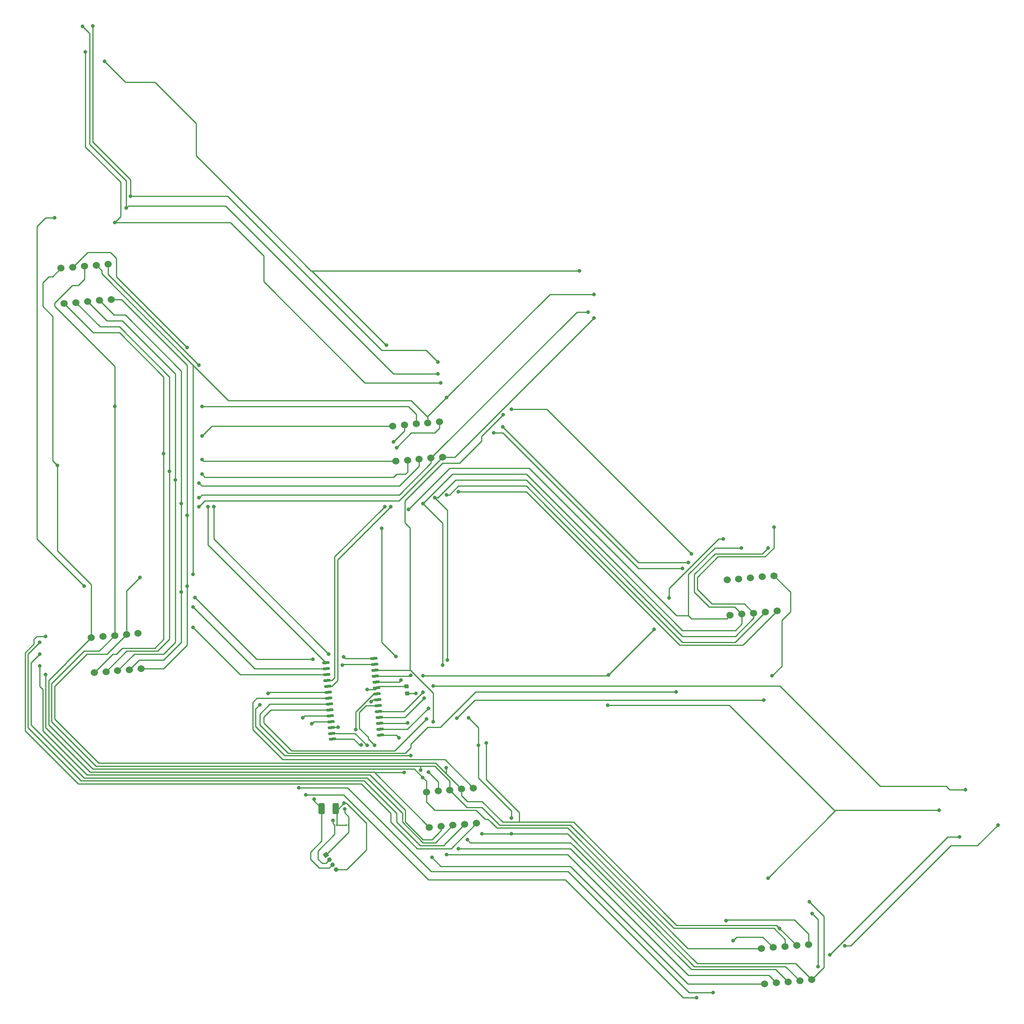
<source format=gbr>
%TF.GenerationSoftware,KiCad,Pcbnew,7.0.10-7.0.10~ubuntu22.04.1*%
%TF.CreationDate,2025-04-20T11:22:11+07:00*%
%TF.ProjectId,catan100,63617461-6e31-4303-902e-6b696361645f,rev?*%
%TF.SameCoordinates,Original*%
%TF.FileFunction,Copper,L2,Bot*%
%TF.FilePolarity,Positive*%
%FSLAX46Y46*%
G04 Gerber Fmt 4.6, Leading zero omitted, Abs format (unit mm)*
G04 Created by KiCad (PCBNEW 7.0.10-7.0.10~ubuntu22.04.1) date 2025-04-20 11:22:11*
%MOMM*%
%LPD*%
G01*
G04 APERTURE LIST*
G04 Aperture macros list*
%AMRoundRect*
0 Rectangle with rounded corners*
0 $1 Rounding radius*
0 $2 $3 $4 $5 $6 $7 $8 $9 X,Y pos of 4 corners*
0 Add a 4 corners polygon primitive as box body*
4,1,4,$2,$3,$4,$5,$6,$7,$8,$9,$2,$3,0*
0 Add four circle primitives for the rounded corners*
1,1,$1+$1,$2,$3*
1,1,$1+$1,$4,$5*
1,1,$1+$1,$6,$7*
1,1,$1+$1,$8,$9*
0 Add four rect primitives between the rounded corners*
20,1,$1+$1,$2,$3,$4,$5,0*
20,1,$1+$1,$4,$5,$6,$7,0*
20,1,$1+$1,$6,$7,$8,$9,0*
20,1,$1+$1,$8,$9,$2,$3,0*%
%AMHorizOval*
0 Thick line with rounded ends*
0 $1 width*
0 $2 $3 position (X,Y) of the first rounded end (center of the circle)*
0 $4 $5 position (X,Y) of the second rounded end (center of the circle)*
0 Add line between two ends*
20,1,$1,$2,$3,$4,$5,0*
0 Add two circle primitives to create the rounded ends*
1,1,$1,$2,$3*
1,1,$1,$4,$5*%
%AMRotRect*
0 Rectangle, with rotation*
0 The origin of the aperture is its center*
0 $1 length*
0 $2 width*
0 $3 Rotation angle, in degrees counterclockwise*
0 Add horizontal line*
21,1,$1,$2,0,0,$3*%
G04 Aperture macros list end*
%TA.AperFunction,ComponentPad*%
%ADD10C,1.524000*%
%TD*%
%TA.AperFunction,SMDPad,CuDef*%
%ADD11RoundRect,0.250000X0.412500X0.925000X-0.412500X0.925000X-0.412500X-0.925000X0.412500X-0.925000X0*%
%TD*%
%TA.AperFunction,SMDPad,CuDef*%
%ADD12RoundRect,0.225000X0.268659X-0.202355X0.229439X0.245933X-0.268659X0.202355X-0.229439X-0.245933X0*%
%TD*%
%TA.AperFunction,SMDPad,CuDef*%
%ADD13RoundRect,0.150000X0.634453X0.206080X-0.660600X0.092778X-0.634453X-0.206080X0.660600X-0.092778X0*%
%TD*%
%TA.AperFunction,SMDPad,CuDef*%
%ADD14RoundRect,0.075000X0.125000X0.075000X-0.125000X0.075000X-0.125000X-0.075000X0.125000X-0.075000X0*%
%TD*%
%TA.AperFunction,ComponentPad*%
%ADD15RotRect,1.000000X1.000000X215.000000*%
%TD*%
%TA.AperFunction,ComponentPad*%
%ADD16HorizOval,1.000000X0.000000X0.000000X0.000000X0.000000X0*%
%TD*%
%TA.AperFunction,SMDPad,CuDef*%
%ADD17RoundRect,0.075000X-0.125000X-0.075000X0.125000X-0.075000X0.125000X0.075000X-0.125000X0.075000X0*%
%TD*%
%TA.AperFunction,ViaPad*%
%ADD18C,0.800000*%
%TD*%
%TA.AperFunction,Conductor*%
%ADD19C,0.250000*%
%TD*%
G04 APERTURE END LIST*
D10*
%TO.P,U4,1,e*%
%TO.N,Net-(D1-BA)*%
X143988394Y-121027453D03*
%TO.P,U4,2,d*%
%TO.N,Net-(D1-GA)*%
X146518729Y-120806077D03*
%TO.P,U4,3,c*%
%TO.N,Net-(D1-RA)*%
X149049063Y-120584702D03*
%TO.P,U4,4,g*%
%TO.N,Net-(D2-BA)*%
X151579398Y-120363326D03*
%TO.P,U4,5,dp*%
%TO.N,Net-(D2-GA)*%
X154109732Y-120141951D03*
%TO.P,U4,6,b*%
%TO.N,Net-(U1-GRID7)*%
X153445606Y-112550947D03*
%TO.P,U4,7,a*%
%TO.N,Net-(D2-RA)*%
X150915271Y-112772323D03*
%TO.P,U4,8,b*%
%TO.N,Net-(D9-RA)*%
X148384937Y-112993698D03*
%TO.P,U4,9,g*%
%TO.N,Net-(U1-GRID8)*%
X145854602Y-113215074D03*
%TO.P,U4,10,f*%
%TO.N,Net-(D9-BA)*%
X143324268Y-113436449D03*
%TD*%
%TO.P,U6,1,e*%
%TO.N,Net-(D1-BA)*%
X216018588Y-154196306D03*
%TO.P,U6,2,d*%
%TO.N,Net-(D1-GA)*%
X218548923Y-153974930D03*
%TO.P,U6,3,c*%
%TO.N,Net-(D1-RA)*%
X221079257Y-153753555D03*
%TO.P,U6,4,g*%
%TO.N,Net-(D2-BA)*%
X223609592Y-153532179D03*
%TO.P,U6,5,dp*%
%TO.N,Net-(D2-GA)*%
X226139926Y-153310804D03*
%TO.P,U6,6,b*%
%TO.N,Net-(U1-GRID3)*%
X225475800Y-145719800D03*
%TO.P,U6,7,a*%
%TO.N,Net-(D2-RA)*%
X222945465Y-145941176D03*
%TO.P,U6,8,b*%
%TO.N,Net-(D9-RA)*%
X220415131Y-146162551D03*
%TO.P,U6,9,g*%
%TO.N,Net-(U1-GRID4)*%
X217884796Y-146383927D03*
%TO.P,U6,10,f*%
%TO.N,Net-(D9-BA)*%
X215354462Y-146605302D03*
%TD*%
%TO.P,U7,1,e*%
%TO.N,Net-(D1-BA)*%
X223435388Y-233596706D03*
%TO.P,U7,2,d*%
%TO.N,Net-(D1-GA)*%
X225965723Y-233375330D03*
%TO.P,U7,3,c*%
%TO.N,Net-(D1-RA)*%
X228496057Y-233153955D03*
%TO.P,U7,4,g*%
%TO.N,Net-(D2-BA)*%
X231026392Y-232932579D03*
%TO.P,U7,5,dp*%
%TO.N,Net-(D2-GA)*%
X233556726Y-232711204D03*
%TO.P,U7,6,b*%
%TO.N,Net-(U1-GRID1)*%
X232892600Y-225120200D03*
%TO.P,U7,7,a*%
%TO.N,Net-(D2-RA)*%
X230362265Y-225341576D03*
%TO.P,U7,8,b*%
%TO.N,Net-(D9-RA)*%
X227831931Y-225562951D03*
%TO.P,U7,9,g*%
%TO.N,Net-(U1-GRID2)*%
X225301596Y-225784327D03*
%TO.P,U7,10,f*%
%TO.N,Net-(D9-BA)*%
X222771262Y-226005702D03*
%TD*%
%TO.P,U2,1,e*%
%TO.N,Net-(D1-BA)*%
X72575123Y-87071330D03*
%TO.P,U2,2,d*%
%TO.N,Net-(D1-GA)*%
X75105458Y-86849954D03*
%TO.P,U2,3,c*%
%TO.N,Net-(D1-RA)*%
X77635792Y-86628579D03*
%TO.P,U2,4,g*%
%TO.N,Net-(D2-BA)*%
X80166127Y-86407203D03*
%TO.P,U2,5,dp*%
%TO.N,Net-(D2-GA)*%
X82696461Y-86185828D03*
%TO.P,U2,6,b*%
%TO.N,Net-(U1-GRID11)*%
X82032335Y-78594824D03*
%TO.P,U2,7,a*%
%TO.N,Net-(D2-RA)*%
X79502000Y-78816200D03*
%TO.P,U2,8,b*%
%TO.N,Net-(D9-RA)*%
X76971666Y-79037575D03*
%TO.P,U2,9,g*%
%TO.N,Net-(U1-GRID12)*%
X74441331Y-79258951D03*
%TO.P,U2,10,f*%
%TO.N,Net-(D9-BA)*%
X71910997Y-79480326D03*
%TD*%
%TO.P,U5,1,e*%
%TO.N,Net-(D1-BA)*%
X151252794Y-199894453D03*
%TO.P,U5,2,d*%
%TO.N,Net-(D1-GA)*%
X153783129Y-199673077D03*
%TO.P,U5,3,c*%
%TO.N,Net-(D1-RA)*%
X156313463Y-199451702D03*
%TO.P,U5,4,g*%
%TO.N,Net-(D2-BA)*%
X158843798Y-199230326D03*
%TO.P,U5,5,dp*%
%TO.N,Net-(D2-GA)*%
X161374132Y-199008951D03*
%TO.P,U5,6,b*%
%TO.N,Net-(U1-GRID5)*%
X160710006Y-191417947D03*
%TO.P,U5,7,a*%
%TO.N,Net-(D2-RA)*%
X158179671Y-191639323D03*
%TO.P,U5,8,b*%
%TO.N,Net-(D9-RA)*%
X155649337Y-191860698D03*
%TO.P,U5,9,g*%
%TO.N,Net-(U1-GRID6)*%
X153119002Y-192082074D03*
%TO.P,U5,10,f*%
%TO.N,Net-(D9-BA)*%
X150588668Y-192303449D03*
%TD*%
%TO.P,U3,1,e*%
%TO.N,Net-(D1-BA)*%
X79052123Y-166598730D03*
%TO.P,U3,2,d*%
%TO.N,Net-(D1-GA)*%
X81582458Y-166377354D03*
%TO.P,U3,3,c*%
%TO.N,Net-(D1-RA)*%
X84112792Y-166155979D03*
%TO.P,U3,4,g*%
%TO.N,Net-(D2-BA)*%
X86643127Y-165934603D03*
%TO.P,U3,5,dp*%
%TO.N,Net-(D2-GA)*%
X89173461Y-165713228D03*
%TO.P,U3,6,b*%
%TO.N,Net-(U1-GRID9)*%
X88509335Y-158122224D03*
%TO.P,U3,7,a*%
%TO.N,Net-(D2-RA)*%
X85979000Y-158343600D03*
%TO.P,U3,8,b*%
%TO.N,Net-(D9-RA)*%
X83448666Y-158564975D03*
%TO.P,U3,9,g*%
%TO.N,Net-(U1-GRID10)*%
X80918331Y-158786351D03*
%TO.P,U3,10,f*%
%TO.N,Net-(D9-BA)*%
X78387997Y-159007726D03*
%TD*%
D11*
%TO.P,C2,1*%
%TO.N,Net-(J1-Pin_4)*%
X131077500Y-195834000D03*
%TO.P,C2,2*%
%TO.N,Net-(J1-Pin_3)*%
X128002500Y-195834000D03*
%TD*%
D12*
%TO.P,C1,1*%
%TO.N,Net-(J1-Pin_4)*%
X146439092Y-171089102D03*
%TO.P,C1,2*%
%TO.N,Net-(J1-Pin_3)*%
X146304000Y-169545000D03*
%TD*%
D13*
%TO.P,U1,1,GRID12*%
%TO.N,Net-(U1-GRID12)*%
X139315235Y-163554222D03*
%TO.P,U1,2,GRID13*%
%TO.N,Net-(D1-BK)*%
X139425923Y-164819389D03*
%TO.P,U1,3,GRID14*%
%TO.N,Net-(D3-BK)*%
X139536611Y-166084557D03*
%TO.P,U1,4,GRID15*%
%TO.N,Net-(D5-BK)*%
X139647298Y-167349724D03*
%TO.P,U1,5,GRID16*%
%TO.N,Net-(D7-BK)*%
X139757986Y-168614891D03*
%TO.P,U1,6,VSS*%
%TO.N,Net-(J1-Pin_3)*%
X139868674Y-169880058D03*
%TO.P,U1,7,DIN*%
%TO.N,Net-(J1-Pin_2)*%
X139979362Y-171145226D03*
%TO.P,U1,8,SCLK*%
%TO.N,Net-(J1-Pin_1)*%
X140090050Y-172410393D03*
%TO.P,U1,9,SEG1*%
%TO.N,Net-(D1-BA)*%
X140200737Y-173675560D03*
%TO.P,U1,10,SEG2*%
%TO.N,Net-(D1-GA)*%
X140311425Y-174940727D03*
%TO.P,U1,11,SEG3*%
%TO.N,Net-(D1-RA)*%
X140422113Y-176205895D03*
%TO.P,U1,12,SEG4*%
%TO.N,Net-(D2-BA)*%
X140532801Y-177471062D03*
%TO.P,U1,13,SEG5*%
%TO.N,Net-(D2-GA)*%
X140643489Y-178736229D03*
%TO.P,U1,14,SEG6*%
%TO.N,Net-(D2-RA)*%
X140754176Y-180001396D03*
%TO.P,U1,15,SEG7*%
%TO.N,Net-(D9-RA)*%
X130343942Y-180912174D03*
%TO.P,U1,16,SEG8*%
%TO.N,Net-(D9-BA)*%
X130233254Y-179647007D03*
%TO.P,U1,17,VDD*%
%TO.N,Net-(J1-Pin_4)*%
X130122566Y-178381839D03*
%TO.P,U1,18,GRID1*%
%TO.N,Net-(U1-GRID1)*%
X130011878Y-177116672D03*
%TO.P,U1,19,GRID2*%
%TO.N,Net-(U1-GRID2)*%
X129901191Y-175851505D03*
%TO.P,U1,20,GRID3*%
%TO.N,Net-(U1-GRID3)*%
X129790503Y-174586338D03*
%TO.P,U1,21,GRID4*%
%TO.N,Net-(U1-GRID4)*%
X129679815Y-173321170D03*
%TO.P,U1,22,GRID5*%
%TO.N,Net-(U1-GRID5)*%
X129569127Y-172056003D03*
%TO.P,U1,23,GRID6*%
%TO.N,Net-(U1-GRID6)*%
X129458439Y-170790836D03*
%TO.P,U1,24,GRID7*%
%TO.N,Net-(U1-GRID7)*%
X129347752Y-169525669D03*
%TO.P,U1,25,GRID8*%
%TO.N,Net-(U1-GRID8)*%
X129237064Y-168260501D03*
%TO.P,U1,26,GRID9*%
%TO.N,Net-(U1-GRID9)*%
X129126376Y-166995334D03*
%TO.P,U1,27,GRID10*%
%TO.N,Net-(U1-GRID10)*%
X129015688Y-165730167D03*
%TO.P,U1,28,GRID11*%
%TO.N,Net-(U1-GRID11)*%
X128905000Y-164465000D03*
%TD*%
D14*
%TO.P,R1,1*%
%TO.N,Net-(J1-Pin_4)*%
X131335000Y-199390000D03*
%TO.P,R1,2*%
%TO.N,Net-(J1-Pin_2)*%
X130835000Y-199390000D03*
%TD*%
D15*
%TO.P,J1,1,Pin_1*%
%TO.N,Net-(J1-Pin_1)*%
X128938558Y-205842677D03*
D16*
%TO.P,J1,2,Pin_2*%
%TO.N,Net-(J1-Pin_2)*%
X129667000Y-206883000D03*
%TO.P,J1,3,Pin_3*%
%TO.N,Net-(J1-Pin_3)*%
X130395442Y-207923323D03*
%TO.P,J1,4,Pin_4*%
%TO.N,Net-(J1-Pin_4)*%
X131123884Y-208963646D03*
%TD*%
D17*
%TO.P,R2,1*%
%TO.N,Net-(J1-Pin_4)*%
X133358000Y-199390000D03*
%TO.P,R2,2*%
%TO.N,Net-(J1-Pin_1)*%
X133858000Y-199390000D03*
%TD*%
D18*
%TO.N,Net-(J1-Pin_1)*%
X138684000Y-172847000D03*
X132969000Y-195961000D03*
%TO.N,Net-(J1-Pin_2)*%
X130429000Y-198374000D03*
X135382000Y-178816000D03*
%TO.N,Net-(D1-BK)*%
X126111000Y-163703000D03*
X100711000Y-150368000D03*
X70485000Y-68580000D03*
X132461000Y-164973000D03*
X76835000Y-147955000D03*
%TO.N,Net-(D1-BA)*%
X145796000Y-188087000D03*
X93980000Y-119380000D03*
X83489800Y-69596000D03*
X102235000Y-120650000D03*
X139446000Y-182245000D03*
X153670000Y-104140000D03*
X77139800Y-32867600D03*
X151765000Y-206375000D03*
X218440000Y-139700000D03*
X146685000Y-131445000D03*
X68580000Y-167005000D03*
%TO.N,Net-(D1-GA)*%
X154051000Y-164973000D03*
X102235000Y-123825000D03*
X149860000Y-170815000D03*
X76530200Y-27406600D03*
X153035000Y-102235000D03*
X224155000Y-139700000D03*
X154940000Y-205740000D03*
X95250000Y-123190000D03*
X149860000Y-130175000D03*
X85953600Y-66522600D03*
X67310000Y-165100000D03*
%TO.N,Net-(D1-RA)*%
X225425000Y-135255000D03*
X157480000Y-204470000D03*
X78740000Y-27305000D03*
X67310000Y-162560000D03*
X153035000Y-99695000D03*
X101600000Y-125730000D03*
X86893400Y-63931800D03*
X96520000Y-125095000D03*
X150114000Y-172085000D03*
X152400000Y-128905000D03*
X155067000Y-163830000D03*
%TO.N,Net-(D2-BA)*%
X154940000Y-128270000D03*
X234950000Y-229870000D03*
X97790000Y-149225000D03*
X97790000Y-130175000D03*
X159385000Y-202565000D03*
X101600000Y-128905000D03*
X233680000Y-218440000D03*
X185420000Y-88900000D03*
X67310000Y-160020000D03*
X146558000Y-177419000D03*
%TO.N,Net-(D2-GA)*%
X162560000Y-201295000D03*
X68580000Y-158750000D03*
X157480000Y-127635000D03*
X233045000Y-215900000D03*
X99060000Y-147955000D03*
X168910000Y-201295000D03*
X168910000Y-197866000D03*
X99060000Y-132715000D03*
X186690000Y-90170000D03*
X159639000Y-176276000D03*
X101600000Y-130810000D03*
X161798000Y-182245000D03*
X151003000Y-174244000D03*
%TO.N,Net-(D2-RA)*%
X163449000Y-181737000D03*
X186690000Y-85090000D03*
X207645000Y-140970000D03*
X88900000Y-146050000D03*
X154940000Y-107315000D03*
X154813000Y-187071000D03*
X168910000Y-109855000D03*
X144653000Y-180594000D03*
X226665344Y-221644656D03*
X100330000Y-145415000D03*
%TO.N,Net-(D3-BK)*%
X152019000Y-177165000D03*
X167132000Y-110998000D03*
%TO.N,Net-(D5-BK)*%
X260985000Y-196215000D03*
X149860000Y-167259000D03*
X224155000Y-210820000D03*
X202819000Y-150495000D03*
X214503000Y-137795000D03*
X199644000Y-157226000D03*
X189801500Y-167068500D03*
X189611000Y-173609000D03*
X147193000Y-167132000D03*
%TO.N,Net-(J1-Pin_3)*%
X126365000Y-193802000D03*
X137795000Y-170180000D03*
%TO.N,Net-(J1-Pin_4)*%
X131572000Y-178308000D03*
X132842000Y-194691000D03*
X148336000Y-171069000D03*
%TO.N,Net-(U1-GRID12)*%
X99060000Y-96520000D03*
X132715000Y-163195000D03*
X129540000Y-162560000D03*
X104775000Y-130810000D03*
%TO.N,Net-(D7-BK)*%
X145097500Y-168211500D03*
X140970000Y-135509000D03*
X183515000Y-80010000D03*
X141986000Y-96012000D03*
X266700000Y-191770000D03*
X144018000Y-163068000D03*
X152019000Y-169418000D03*
X81280000Y-34925000D03*
%TO.N,Net-(D9-BA)*%
X137795000Y-182245000D03*
X102235000Y-115570000D03*
X265430000Y-201930000D03*
X165100000Y-114935000D03*
X149796500Y-189166500D03*
X205740000Y-144145000D03*
X237490000Y-227330000D03*
X71120000Y-121920000D03*
%TO.N,Net-(D9-RA)*%
X167005000Y-113665000D03*
X207010000Y-142875000D03*
X83448666Y-109220000D03*
X149352000Y-187579000D03*
X102235000Y-109220000D03*
X273685000Y-199390000D03*
X240665000Y-225425000D03*
X136525000Y-182118000D03*
%TO.N,Net-(U1-GRID1)*%
X208788000Y-236601000D03*
X124587000Y-192913000D03*
X215138000Y-219964000D03*
X125857000Y-177546000D03*
%TO.N,Net-(U1-GRID2)*%
X216662000Y-224282000D03*
X123063000Y-191389000D03*
X123952000Y-176276000D03*
X212344000Y-235458000D03*
%TO.N,Net-(U1-GRID3)*%
X150622000Y-176530000D03*
X157099000Y-176403000D03*
X223266000Y-172466000D03*
X225044000Y-167259000D03*
%TO.N,Net-(U1-GRID4)*%
X204343000Y-170688000D03*
%TO.N,Net-(U1-GRID6)*%
X151003000Y-187960000D03*
X147193000Y-184404000D03*
X114681000Y-173482000D03*
X116459000Y-171069000D03*
%TO.N,Net-(U1-GRID7)*%
X142875000Y-130810000D03*
X144145000Y-118110000D03*
%TO.N,Net-(U1-GRID8)*%
X141605000Y-130810000D03*
X143510000Y-116840000D03*
%TO.N,Net-(U1-GRID9)*%
X100330000Y-156845000D03*
%TO.N,Net-(U1-GRID10)*%
X100330000Y-152400000D03*
%TO.N,Net-(U1-GRID11)*%
X101600000Y-100330000D03*
X103505000Y-130810000D03*
%TD*%
D19*
%TO.N,Net-(J1-Pin_1)*%
X133858000Y-197612000D02*
X133858000Y-199390000D01*
X132969000Y-196723000D02*
X133858000Y-197612000D01*
X133858000Y-199390000D02*
X133858000Y-200923235D01*
X133858000Y-200923235D02*
X128938558Y-205842677D01*
X132969000Y-195961000D02*
X132969000Y-196723000D01*
X140090050Y-172410393D02*
X139120607Y-172410393D01*
X139120607Y-172410393D02*
X138684000Y-172847000D01*
%TO.N,Net-(J1-Pin_2)*%
X135382000Y-175006000D02*
X135382000Y-178816000D01*
X130429000Y-198374000D02*
X130429000Y-198984000D01*
X127254000Y-204978000D02*
X130835000Y-201397000D01*
X128143000Y-207645000D02*
X127254000Y-206756000D01*
X130429000Y-198984000D02*
X130835000Y-199390000D01*
X128905000Y-207645000D02*
X128143000Y-207645000D01*
X139242774Y-171145226D02*
X135382000Y-175006000D01*
X129667000Y-206883000D02*
X128905000Y-207645000D01*
X139979362Y-171145226D02*
X139242774Y-171145226D01*
X127254000Y-206756000D02*
X127254000Y-204978000D01*
X130835000Y-201397000D02*
X130835000Y-199390000D01*
%TO.N,Net-(D1-BK)*%
X66675000Y-70485000D02*
X66675000Y-137795000D01*
X68580000Y-68580000D02*
X66675000Y-70485000D01*
X132614611Y-164819389D02*
X132461000Y-164973000D01*
X70485000Y-68580000D02*
X68580000Y-68580000D01*
X66675000Y-137795000D02*
X76835000Y-147955000D01*
X126111000Y-163703000D02*
X114046000Y-163703000D01*
X114046000Y-163703000D02*
X100711000Y-150368000D01*
X139425923Y-164819389D02*
X132614611Y-164819389D01*
%TO.N,Net-(D1-BA)*%
X207010000Y-154305000D02*
X207645000Y-154940000D01*
X207010000Y-154305000D02*
X204470000Y-154305000D01*
X139318341Y-187960000D02*
X139065000Y-187960000D01*
X204470000Y-154305000D02*
X172720000Y-122555000D01*
X108331000Y-69596000D02*
X115570000Y-76835000D01*
X78848793Y-93345000D02*
X84455000Y-93345000D01*
X102612453Y-121027453D02*
X102235000Y-120650000D01*
X206926706Y-233596706D02*
X181610000Y-208280000D01*
X78880026Y-187960000D02*
X78105000Y-187960000D01*
X215274894Y-154940000D02*
X216018588Y-154196306D01*
X84455000Y-93345000D02*
X93980000Y-102870000D01*
X181610000Y-208280000D02*
X154940000Y-208280000D01*
X85090000Y-161290000D02*
X83820000Y-162560000D01*
X84709000Y-68376800D02*
X83489800Y-69596000D01*
X155575000Y-122555000D02*
X146685000Y-131445000D01*
X223435388Y-233596706D02*
X206926706Y-233596706D01*
X77139800Y-53365400D02*
X84709000Y-60934600D01*
X139445341Y-188087000D02*
X145796000Y-188087000D01*
X83489800Y-69596000D02*
X108331000Y-69596000D01*
X137357699Y-104140000D02*
X153670000Y-104140000D01*
X136144000Y-175133000D02*
X137601440Y-173675560D01*
X207645000Y-154940000D02*
X215274894Y-154940000D01*
X72575123Y-87071330D02*
X78848793Y-93345000D01*
X77139800Y-32867600D02*
X77139800Y-53365400D01*
X93980000Y-119380000D02*
X93980000Y-159385000D01*
X138049000Y-180467000D02*
X136144000Y-178562000D01*
X172720000Y-122555000D02*
X155575000Y-122555000D01*
X137601440Y-173675560D02*
X140200737Y-173675560D01*
X154940000Y-208280000D02*
X153670000Y-208280000D01*
X115570000Y-82352301D02*
X137357699Y-104140000D01*
X83090853Y-162560000D02*
X79052123Y-166598730D01*
X136144000Y-178562000D02*
X136144000Y-175133000D01*
X218440000Y-139700000D02*
X212725000Y-139700000D01*
X115570000Y-76835000D02*
X115570000Y-82352301D01*
X139065000Y-187960000D02*
X78880026Y-187960000D01*
X78105000Y-187960000D02*
X68580000Y-178435000D01*
X93980000Y-102870000D02*
X93980000Y-119380000D01*
X93980000Y-159385000D02*
X92075000Y-161290000D01*
X84709000Y-60934600D02*
X84709000Y-68376800D01*
X68580000Y-178435000D02*
X68580000Y-167005000D01*
X153670000Y-208280000D02*
X151765000Y-206375000D01*
X83820000Y-162560000D02*
X83090853Y-162560000D01*
X139318341Y-187960000D02*
X139445341Y-188087000D01*
X139446000Y-182245000D02*
X138049000Y-180848000D01*
X207010000Y-145415000D02*
X207010000Y-154305000D01*
X92075000Y-161290000D02*
X85090000Y-161290000D01*
X151252794Y-199894453D02*
X139318341Y-187960000D01*
X143988394Y-121027453D02*
X102612453Y-121027453D01*
X212725000Y-139700000D02*
X207010000Y-145415000D01*
X138049000Y-180848000D02*
X138049000Y-180467000D01*
%TO.N,Net-(D1-GA)*%
X154051000Y-164973000D02*
X154051000Y-134366000D01*
X67310000Y-169545000D02*
X67310000Y-165100000D01*
X212725000Y-140970000D02*
X208280000Y-145415000D01*
X205740000Y-157480000D02*
X192405000Y-144145000D01*
X153783129Y-199673077D02*
X153783129Y-200546871D01*
X225965723Y-233375330D02*
X224365393Y-231775000D01*
X102870000Y-124460000D02*
X102235000Y-123825000D01*
X76200000Y-187325000D02*
X67945000Y-179070000D01*
X77470000Y-188595000D02*
X76200000Y-187325000D01*
X107315000Y-66040000D02*
X143510000Y-102235000D01*
X95250000Y-123190000D02*
X95250000Y-159385000D01*
X146518729Y-123356271D02*
X146050000Y-123825000D01*
X146050000Y-123825000D02*
X144145000Y-123825000D01*
X154051000Y-134366000D02*
X149860000Y-130175000D01*
X95250000Y-102870000D02*
X95250000Y-105410000D01*
X86436200Y-66040000D02*
X107315000Y-66040000D01*
X86034812Y-161925000D02*
X81582458Y-166377354D01*
X192405000Y-144145000D02*
X172085000Y-123825000D01*
X156210000Y-123825000D02*
X149860000Y-130175000D01*
X78028800Y-28905200D02*
X76530200Y-27406600D01*
X146050000Y-196215000D02*
X138430000Y-188595000D01*
X143510000Y-102235000D02*
X153035000Y-102235000D01*
X75105458Y-86849954D02*
X80330504Y-92075000D01*
X172085000Y-123825000D02*
X156210000Y-123825000D01*
X216973993Y-152400000D02*
X218548923Y-153974930D01*
X180975000Y-205740000D02*
X154940000Y-205740000D01*
X78028800Y-48234600D02*
X78028800Y-28905200D01*
X140311425Y-174940727D02*
X145734273Y-174940727D01*
X85953600Y-66522600D02*
X85953600Y-60680600D01*
X218548923Y-156101077D02*
X217170000Y-157480000D01*
X144145000Y-123825000D02*
X143510000Y-124460000D01*
X208280000Y-149225000D02*
X211455000Y-152400000D01*
X145734273Y-174940727D02*
X149860000Y-170815000D01*
X217170000Y-157480000D02*
X205740000Y-157480000D01*
X207010000Y-231775000D02*
X180975000Y-205740000D01*
X218548923Y-153974930D02*
X218548923Y-156101077D01*
X222885000Y-140970000D02*
X212725000Y-140970000D01*
X67945000Y-179070000D02*
X67945000Y-170180000D01*
X67945000Y-170180000D02*
X67310000Y-169545000D01*
X138430000Y-188595000D02*
X77470000Y-188595000D01*
X84632800Y-59359800D02*
X78028800Y-52755800D01*
X95250000Y-159385000D02*
X92710000Y-161925000D01*
X146050000Y-198755000D02*
X146050000Y-196215000D01*
X143510000Y-124460000D02*
X102870000Y-124460000D01*
X146518729Y-120806077D02*
X146518729Y-123356271D01*
X85953600Y-60680600D02*
X84632800Y-59359800D01*
X153783129Y-200546871D02*
X153035000Y-201295000D01*
X85953600Y-66522600D02*
X86436200Y-66040000D01*
X224155000Y-139700000D02*
X222885000Y-140970000D01*
X211455000Y-152400000D02*
X216973993Y-152400000D01*
X95250000Y-105410000D02*
X95250000Y-123190000D01*
X208280000Y-145415000D02*
X208280000Y-149225000D01*
X80330504Y-92075000D02*
X84455000Y-92075000D01*
X92710000Y-161925000D02*
X86034812Y-161925000D01*
X224365393Y-231775000D02*
X207010000Y-231775000D01*
X149860000Y-202565000D02*
X146050000Y-198755000D01*
X78028800Y-52755800D02*
X78028800Y-48234600D01*
X153035000Y-201295000D02*
X151765000Y-202565000D01*
X84455000Y-92075000D02*
X95250000Y-102870000D01*
X151765000Y-202565000D02*
X149860000Y-202565000D01*
%TO.N,Net-(D1-RA)*%
X86893400Y-63931800D02*
X86893400Y-60401200D01*
X140422113Y-176205895D02*
X145993105Y-176205895D01*
X65405000Y-166121116D02*
X65405000Y-164465000D01*
X225425000Y-139700000D02*
X223520000Y-141605000D01*
X149049063Y-120584702D02*
X149049063Y-122095937D01*
X219090702Y-151765000D02*
X221079257Y-153753555D01*
X151130000Y-203200000D02*
X149860000Y-203200000D01*
X225425000Y-135255000D02*
X225425000Y-139700000D01*
X207645000Y-230505000D02*
X181610000Y-204470000D01*
X81812213Y-90805000D02*
X85090000Y-90805000D01*
X76835000Y-189230000D02*
X66675000Y-179070000D01*
X221079257Y-153753555D02*
X221079257Y-154831185D01*
X221079257Y-154831185D02*
X217160442Y-158750000D01*
X228496057Y-233153955D02*
X225847102Y-230505000D01*
X96520000Y-125095000D02*
X96520000Y-160020000D01*
X181610000Y-204470000D02*
X180975000Y-204470000D01*
X145415000Y-196850000D02*
X137795000Y-189230000D01*
X145993105Y-176205895D02*
X150114000Y-172085000D01*
X86893400Y-60401200D02*
X78841600Y-52349400D01*
X155067000Y-163830000D02*
X155067000Y-131572000D01*
X153035000Y-128905000D02*
X152400000Y-128905000D01*
X149049063Y-122095937D02*
X144780000Y-126365000D01*
X137795000Y-189230000D02*
X76835000Y-189230000D01*
X85090000Y-90805000D02*
X96520000Y-102235000D01*
X213360000Y-141605000D02*
X208915000Y-146050000D01*
X225847102Y-230505000D02*
X207645000Y-230505000D01*
X223520000Y-141605000D02*
X213360000Y-141605000D01*
X87708771Y-162560000D02*
X84112792Y-166155979D01*
X150495000Y-97155000D02*
X153035000Y-99695000D01*
X212090000Y-151765000D02*
X219090702Y-151765000D01*
X172085000Y-125095000D02*
X156845000Y-125095000D01*
X102235000Y-126365000D02*
X101600000Y-125730000D01*
X65405000Y-177800000D02*
X65405000Y-166121116D01*
X155067000Y-131572000D02*
X152400000Y-128905000D01*
X180975000Y-204470000D02*
X157480000Y-204470000D01*
X140970000Y-97155000D02*
X150495000Y-97155000D01*
X96520000Y-102235000D02*
X96520000Y-125095000D01*
X93980000Y-162560000D02*
X87708771Y-162560000D01*
X66675000Y-179070000D02*
X65405000Y-177800000D01*
X65405000Y-164465000D02*
X67310000Y-162560000D01*
X215900000Y-158750000D02*
X205740000Y-158750000D01*
X107746800Y-63931800D02*
X140970000Y-97155000D01*
X217160442Y-158750000D02*
X215900000Y-158750000D01*
X156845000Y-125095000D02*
X153035000Y-128905000D01*
X86893400Y-63931800D02*
X107746800Y-63931800D01*
X77635792Y-86628579D02*
X81812213Y-90805000D01*
X208915000Y-146050000D02*
X208915000Y-148590000D01*
X149860000Y-203200000D02*
X145415000Y-198755000D01*
X145415000Y-198755000D02*
X145415000Y-196850000D01*
X156313463Y-199451702D02*
X152565165Y-203200000D01*
X208915000Y-148590000D02*
X212090000Y-151765000D01*
X196850000Y-149860000D02*
X172085000Y-125095000D01*
X78841600Y-52349400D02*
X78740000Y-52247800D01*
X144780000Y-126365000D02*
X102235000Y-126365000D01*
X96520000Y-160020000D02*
X93980000Y-162560000D01*
X152565165Y-203200000D02*
X151130000Y-203200000D01*
X78740000Y-52247800D02*
X78740000Y-27305000D01*
X205740000Y-158750000D02*
X196850000Y-149860000D01*
%TO.N,Net-(D2-BA)*%
X140532801Y-177471062D02*
X146505938Y-177471062D01*
X234950000Y-219710000D02*
X234950000Y-229870000D01*
X97790000Y-130175000D02*
X97790000Y-149225000D01*
X137160000Y-189865000D02*
X76200000Y-189865000D01*
X200025000Y-221615000D02*
X182245000Y-203835000D01*
X64770000Y-178435000D02*
X64770000Y-162560000D01*
X205740000Y-160020000D02*
X176530000Y-130810000D01*
X179705000Y-203200000D02*
X160020000Y-203200000D01*
X231026392Y-232932579D02*
X227963813Y-229870000D01*
X154305000Y-203835000D02*
X149225000Y-203835000D01*
X157480000Y-126365000D02*
X155575000Y-128270000D01*
X154524124Y-203615876D02*
X154305000Y-203835000D01*
X185420000Y-88900000D02*
X183042724Y-88900000D01*
X151579398Y-121470602D02*
X144780000Y-128270000D01*
X144780000Y-128270000D02*
X102235000Y-128270000D01*
X154524124Y-203550000D02*
X154524124Y-203615876D01*
X160020000Y-203200000D02*
X159385000Y-202565000D01*
X85725000Y-89535000D02*
X97790000Y-101600000D01*
X151579398Y-120363326D02*
X151579398Y-121470602D01*
X80166127Y-86407203D02*
X83293924Y-89535000D01*
X97790000Y-149225000D02*
X97790000Y-160020000D01*
X215900000Y-160020000D02*
X205740000Y-160020000D01*
X176530000Y-130810000D02*
X172085000Y-126365000D01*
X217121771Y-160020000D02*
X215900000Y-160020000D01*
X102235000Y-128270000D02*
X101600000Y-128905000D01*
X155575000Y-128270000D02*
X154940000Y-128270000D01*
X227963813Y-229870000D02*
X208280000Y-229870000D01*
X146505938Y-177471062D02*
X146558000Y-177419000D01*
X182245000Y-203835000D02*
X181610000Y-203200000D01*
X233680000Y-218440000D02*
X234950000Y-219710000D01*
X223609592Y-153532179D02*
X217121771Y-160020000D01*
X97790000Y-160020000D02*
X93980000Y-163830000D01*
X144145000Y-198755000D02*
X144145000Y-196850000D01*
X64770000Y-162560000D02*
X67310000Y-160020000D01*
X181610000Y-203200000D02*
X179705000Y-203200000D01*
X158843798Y-199230326D02*
X154524124Y-203550000D01*
X144145000Y-196850000D02*
X137160000Y-189865000D01*
X97790000Y-101600000D02*
X97790000Y-130175000D01*
X83293924Y-89535000D02*
X85725000Y-89535000D01*
X149225000Y-203835000D02*
X144145000Y-198755000D01*
X76200000Y-189865000D02*
X64770000Y-178435000D01*
X208280000Y-229870000D02*
X200025000Y-221615000D01*
X88747730Y-163830000D02*
X86643127Y-165934603D01*
X183042724Y-88900000D02*
X151579398Y-120363326D01*
X172085000Y-126365000D02*
X157480000Y-126365000D01*
X93980000Y-163830000D02*
X88747730Y-163830000D01*
%TO.N,Net-(D2-GA)*%
X199390000Y-219710000D02*
X180975000Y-201295000D01*
X89173461Y-165713228D02*
X94001772Y-165713228D01*
X159639000Y-176276000D02*
X161798000Y-178435000D01*
X161798000Y-182245000D02*
X161798000Y-189230000D01*
X66675000Y-158750000D02*
X68580000Y-158750000D01*
X202565000Y-158115000D02*
X172085000Y-127635000D01*
X99060000Y-100330000D02*
X84915828Y-86185828D01*
X143510000Y-129540000D02*
X102870000Y-129540000D01*
X172085000Y-127635000D02*
X157480000Y-127635000D01*
X84915828Y-86185828D02*
X82696461Y-86185828D01*
X142875000Y-198755000D02*
X142875000Y-196850000D01*
X161374132Y-199008951D02*
X155913083Y-204470000D01*
X75565000Y-190500000D02*
X74295000Y-189230000D01*
X136525000Y-190500000D02*
X132715000Y-190500000D01*
X213995000Y-160655000D02*
X205105000Y-160655000D01*
X156718049Y-120141951D02*
X154109732Y-120141951D01*
X142875000Y-196850000D02*
X136525000Y-190500000D01*
X148590000Y-204470000D02*
X146685000Y-202565000D01*
X146510771Y-178736229D02*
X151003000Y-174244000D01*
X205105000Y-160655000D02*
X202565000Y-158115000D01*
X118745000Y-190500000D02*
X75565000Y-190500000D01*
X161798000Y-178435000D02*
X161798000Y-182245000D01*
X154109732Y-120141951D02*
X144711683Y-129540000D01*
X230080522Y-229235000D02*
X226060000Y-229235000D01*
X66040000Y-159385000D02*
X66675000Y-158750000D01*
X66040000Y-160406116D02*
X66040000Y-159385000D01*
X180975000Y-201295000D02*
X168910000Y-201295000D01*
X64135000Y-162311116D02*
X66040000Y-160406116D01*
X233045000Y-215900000D02*
X236220000Y-219075000D01*
X168910000Y-196342000D02*
X168910000Y-197866000D01*
X154305000Y-204470000D02*
X148590000Y-204470000D01*
X102870000Y-129540000D02*
X101600000Y-130810000D01*
X233556726Y-232711204D02*
X230080522Y-229235000D01*
X144711683Y-129540000D02*
X143510000Y-129540000D01*
X226060000Y-229235000D02*
X208915000Y-229235000D01*
X218795730Y-160655000D02*
X213995000Y-160655000D01*
X236220000Y-219075000D02*
X236220000Y-230047930D01*
X64135000Y-177165000D02*
X64135000Y-162311116D01*
X226139926Y-153310804D02*
X218795730Y-160655000D01*
X146685000Y-202565000D02*
X142875000Y-198755000D01*
X161798000Y-189230000D02*
X168910000Y-196342000D01*
X64135000Y-179070000D02*
X64135000Y-177165000D01*
X208915000Y-229235000D02*
X199390000Y-219710000D01*
X99060000Y-147955000D02*
X99060000Y-132715000D01*
X74295000Y-189230000D02*
X64135000Y-179070000D01*
X140643489Y-178736229D02*
X146510771Y-178736229D01*
X99060000Y-132715000D02*
X99060000Y-100330000D01*
X155913083Y-204470000D02*
X154305000Y-204470000D01*
X94001772Y-165713228D02*
X99060000Y-160655000D01*
X168910000Y-201295000D02*
X162560000Y-201295000D01*
X186690000Y-90170000D02*
X156718049Y-120141951D01*
X99060000Y-160655000D02*
X99060000Y-147955000D01*
X132715000Y-190500000D02*
X118745000Y-190500000D01*
X236220000Y-230047930D02*
X233556726Y-232711204D01*
%TO.N,Net-(D2-RA)*%
X163449000Y-181737000D02*
X163449000Y-189611000D01*
X170561000Y-198755000D02*
X167005000Y-198755000D01*
X150915271Y-111339729D02*
X150915271Y-111545271D01*
X154813000Y-187071000D02*
X154813000Y-188272652D01*
X80645000Y-80645000D02*
X80645000Y-79959200D01*
X100330000Y-100330000D02*
X100330000Y-145415000D01*
X226000689Y-220980000D02*
X204470000Y-220980000D01*
X88900000Y-146050000D02*
X85979000Y-148971000D01*
X159385000Y-194310000D02*
X158179671Y-193104671D01*
X100330000Y-100330000D02*
X80645000Y-80645000D01*
X152595348Y-186055000D02*
X80010000Y-186055000D01*
X144060396Y-180001396D02*
X144653000Y-180594000D01*
X77470000Y-162560000D02*
X81762600Y-162560000D01*
X182245000Y-198755000D02*
X170561000Y-198755000D01*
X155164674Y-188624326D02*
X152595348Y-186055000D01*
X170561000Y-196723000D02*
X170561000Y-198755000D01*
X85979000Y-148971000D02*
X85979000Y-158343600D01*
X230362265Y-225341576D02*
X226665344Y-221644656D01*
X154813000Y-188272652D02*
X155164674Y-188624326D01*
X154940000Y-107315000D02*
X154622500Y-107632500D01*
X207645000Y-140970000D02*
X176530000Y-109855000D01*
X154622500Y-107632500D02*
X150915271Y-111339729D01*
X186690000Y-85090000D02*
X177165000Y-85090000D01*
X140754176Y-180001396D02*
X144060396Y-180001396D01*
X167005000Y-198755000D02*
X162560000Y-194310000D01*
X177165000Y-85090000D02*
X154940000Y-107315000D01*
X150915271Y-112772323D02*
X150915271Y-111545271D01*
X226665344Y-221644656D02*
X226000689Y-220980000D01*
X81762600Y-162560000D02*
X85979000Y-158343600D01*
X80645000Y-79959200D02*
X79502000Y-78816200D01*
X70485000Y-169545000D02*
X77470000Y-162560000D01*
X204470000Y-220980000D02*
X182245000Y-198755000D01*
X176530000Y-109855000D02*
X168910000Y-109855000D01*
X150915271Y-111545271D02*
X147320000Y-107950000D01*
X162560000Y-194310000D02*
X159385000Y-194310000D01*
X147320000Y-107950000D02*
X107950000Y-107950000D01*
X107950000Y-107950000D02*
X100330000Y-100330000D01*
X70485000Y-176530000D02*
X70485000Y-169545000D01*
X163449000Y-189611000D02*
X170561000Y-196723000D01*
X158179671Y-191639323D02*
X155164674Y-188624326D01*
X80010000Y-186055000D02*
X70485000Y-176530000D01*
X158179671Y-193104671D02*
X158179671Y-191639323D01*
%TO.N,Net-(D3-BK)*%
X147066000Y-165989000D02*
X147066000Y-135382000D01*
X150749000Y-169672000D02*
X152019000Y-170942000D01*
X147161557Y-166084557D02*
X147066000Y-165989000D01*
X147701000Y-127762000D02*
X154051000Y-121412000D01*
X145923000Y-129540000D02*
X147701000Y-127762000D01*
X152019000Y-170942000D02*
X152019000Y-177165000D01*
X145923000Y-134239000D02*
X145923000Y-129794000D01*
X146050000Y-134366000D02*
X145923000Y-134239000D01*
X157734000Y-121412000D02*
X162433000Y-116713000D01*
X162433000Y-116713000D02*
X162433000Y-115697000D01*
X145923000Y-129794000D02*
X145923000Y-129540000D01*
X147161557Y-166084557D02*
X150749000Y-169672000D01*
X139536611Y-166084557D02*
X147161557Y-166084557D01*
X154051000Y-121412000D02*
X157734000Y-121412000D01*
X162433000Y-115697000D02*
X167132000Y-110998000D01*
X147066000Y-135382000D02*
X146050000Y-134366000D01*
%TO.N,Net-(D5-BK)*%
X139647298Y-167349724D02*
X146975276Y-167349724D01*
X189801500Y-167068500D02*
X199644000Y-157226000D01*
X238569500Y-196405500D02*
X215773000Y-173609000D01*
X213487000Y-137795000D02*
X214503000Y-137795000D01*
X189611000Y-167259000D02*
X189801500Y-167068500D01*
X238760000Y-196215000D02*
X238569500Y-196405500D01*
X149860000Y-167259000D02*
X189611000Y-167259000D01*
X238569500Y-196405500D02*
X224155000Y-210820000D01*
X146975276Y-167349724D02*
X147193000Y-167132000D01*
X202819000Y-150495000D02*
X202819000Y-148463000D01*
X202819000Y-148463000D02*
X206121000Y-145161000D01*
X206121000Y-145161000D02*
X213487000Y-137795000D01*
X215773000Y-173609000D02*
X189611000Y-173609000D01*
X260985000Y-196215000D02*
X238760000Y-196215000D01*
%TO.N,Net-(J1-Pin_3)*%
X126365000Y-194196500D02*
X126365000Y-193802000D01*
X128002500Y-202832500D02*
X125603000Y-205232000D01*
X125603000Y-206756000D02*
X127508000Y-208661000D01*
X128002500Y-195834000D02*
X126365000Y-194196500D01*
X137795000Y-170180000D02*
X139568732Y-170180000D01*
X125603000Y-205232000D02*
X125603000Y-206756000D01*
X129657765Y-208661000D02*
X130395442Y-207923323D01*
X127508000Y-208661000D02*
X129657765Y-208661000D01*
X140203732Y-169545000D02*
X139868674Y-169880058D01*
X139568732Y-170180000D02*
X139868674Y-169880058D01*
X146304000Y-169545000D02*
X140203732Y-169545000D01*
X128002500Y-195834000D02*
X128002500Y-202832500D01*
%TO.N,Net-(J1-Pin_4)*%
X133428354Y-208963646D02*
X137668000Y-204724000D01*
X131699000Y-195834000D02*
X132842000Y-194691000D01*
X131123884Y-208963646D02*
X133428354Y-208963646D01*
X131335000Y-196091500D02*
X131077500Y-195834000D01*
X137668000Y-199009000D02*
X133350000Y-194691000D01*
X131077500Y-195834000D02*
X131699000Y-195834000D01*
X133358000Y-199390000D02*
X131335000Y-199390000D01*
X130323405Y-178181000D02*
X130122566Y-178381839D01*
X146439092Y-171089102D02*
X148315898Y-171089102D01*
X148315898Y-171089102D02*
X148336000Y-171069000D01*
X133350000Y-194691000D02*
X132842000Y-194691000D01*
X137668000Y-204724000D02*
X137668000Y-199009000D01*
X131572000Y-178308000D02*
X130196405Y-178308000D01*
X131335000Y-199390000D02*
X131335000Y-196091500D01*
X130196405Y-178308000D02*
X130122566Y-178381839D01*
%TO.N,Net-(U1-GRID12)*%
X82550000Y-76073000D02*
X77627282Y-76073000D01*
X129540000Y-162560000D02*
X104775000Y-137795000D01*
X83820000Y-77343000D02*
X82550000Y-76073000D01*
X133074222Y-163554222D02*
X132715000Y-163195000D01*
X104775000Y-137795000D02*
X104775000Y-130810000D01*
X83820000Y-81280000D02*
X83820000Y-77343000D01*
X139315235Y-163554222D02*
X133074222Y-163554222D01*
X99060000Y-96520000D02*
X83820000Y-81280000D01*
X77627282Y-76073000D02*
X74441331Y-79258951D01*
%TO.N,Net-(D7-BK)*%
X85725000Y-39370000D02*
X92075000Y-39370000D01*
X140970000Y-160020000D02*
X144018000Y-163068000D01*
X141859000Y-96012000D02*
X141986000Y-96012000D01*
X100965000Y-48260000D02*
X100965000Y-55245000D01*
X152019000Y-169418000D02*
X226695000Y-169418000D01*
X263271000Y-191770000D02*
X262509000Y-191008000D01*
X92075000Y-39370000D02*
X100965000Y-48260000D01*
X125730000Y-80010000D02*
X125857000Y-80010000D01*
X144694109Y-168614891D02*
X145097500Y-168211500D01*
X125857000Y-80010000D02*
X141859000Y-96012000D01*
X100965000Y-55245000D02*
X116205000Y-70485000D01*
X81280000Y-34925000D02*
X85725000Y-39370000D01*
X140970000Y-135509000D02*
X140970000Y-160020000D01*
X266700000Y-191770000D02*
X263271000Y-191770000D01*
X125857000Y-80010000D02*
X183515000Y-80010000D01*
X116205000Y-70485000D02*
X125730000Y-80010000D01*
X226695000Y-169418000D02*
X248285000Y-191008000D01*
X248285000Y-191008000D02*
X262509000Y-191008000D01*
X139757986Y-168614891D02*
X144694109Y-168614891D01*
%TO.N,Net-(D9-BA)*%
X152400000Y-196215000D02*
X150495000Y-194310000D01*
X70111323Y-81280000D02*
X71910997Y-79480326D01*
X206955702Y-226005702D02*
X180975000Y-200025000D01*
X143324268Y-113436449D02*
X104368551Y-113436449D01*
X70135000Y-89820000D02*
X67945000Y-87630000D01*
X262890000Y-201930000D02*
X237490000Y-227330000D01*
X180975000Y-200025000D02*
X165735000Y-200025000D01*
X161290000Y-196215000D02*
X152400000Y-196215000D01*
X147955000Y-187325000D02*
X78740000Y-187325000D01*
X188595000Y-136525000D02*
X167005000Y-114935000D01*
X70135000Y-120935000D02*
X70135000Y-89820000D01*
X163195000Y-198120000D02*
X161290000Y-196215000D01*
X71120000Y-121920000D02*
X70135000Y-120935000D01*
X78740000Y-187325000D02*
X69215000Y-177800000D01*
X69215000Y-168275000D02*
X73025000Y-164465000D01*
X130233254Y-179647007D02*
X135197007Y-179647007D01*
X78387997Y-159007726D02*
X78387997Y-147602997D01*
X69215000Y-177800000D02*
X69215000Y-168275000D01*
X165735000Y-200025000D02*
X164465000Y-198755000D01*
X73025000Y-164370723D02*
X78387997Y-159007726D01*
X73025000Y-164465000D02*
X73025000Y-164370723D01*
X67945000Y-82550000D02*
X69215000Y-81280000D01*
X104368551Y-113436449D02*
X102235000Y-115570000D01*
X205740000Y-144145000D02*
X196215000Y-144145000D01*
X265430000Y-201930000D02*
X262890000Y-201930000D01*
X69215000Y-81280000D02*
X70111323Y-81280000D01*
X150588668Y-194216332D02*
X150588668Y-192303449D01*
X222771262Y-226005702D02*
X206955702Y-226005702D01*
X135197007Y-179647007D02*
X137795000Y-182245000D01*
X78387997Y-147602997D02*
X71120000Y-140335000D01*
X196215000Y-144145000D02*
X188595000Y-136525000D01*
X163830000Y-198120000D02*
X163195000Y-198120000D01*
X150588668Y-192303449D02*
X150588668Y-189958668D01*
X67945000Y-87630000D02*
X67945000Y-82550000D01*
X164465000Y-198755000D02*
X163830000Y-198120000D01*
X71120000Y-140335000D02*
X71120000Y-121920000D01*
X149796500Y-189166500D02*
X147955000Y-187325000D01*
X167005000Y-114935000D02*
X165100000Y-114935000D01*
X150588668Y-189958668D02*
X149796500Y-189166500D01*
X150495000Y-194310000D02*
X150588668Y-194216332D01*
%TO.N,Net-(D9-RA)*%
X134938174Y-180912174D02*
X136144000Y-182118000D01*
X69850000Y-177165000D02*
X69850000Y-168910000D01*
X162560000Y-195580000D02*
X159368639Y-195580000D01*
X83448666Y-158564975D02*
X83448666Y-109220000D01*
X225425000Y-221615000D02*
X203835000Y-221615000D01*
X148384937Y-112993698D02*
X148384937Y-110919937D01*
X70485000Y-87630000D02*
X70485000Y-86995000D01*
X76971666Y-81778334D02*
X76971666Y-79037575D01*
X149352000Y-187579000D02*
X149352000Y-186817000D01*
X166370000Y-199390000D02*
X162560000Y-195580000D01*
X148384937Y-110919937D02*
X146685000Y-109220000D01*
X269240000Y-203835000D02*
X263525000Y-203835000D01*
X80088641Y-161925000D02*
X83448666Y-158564975D01*
X273685000Y-199390000D02*
X269240000Y-203835000D01*
X136144000Y-182118000D02*
X136525000Y-182118000D01*
X70485000Y-86995000D02*
X74295000Y-83185000D01*
X74295000Y-83185000D02*
X75565000Y-83185000D01*
X196215000Y-142875000D02*
X167005000Y-113665000D01*
X130343942Y-180912174D02*
X134176174Y-180912174D01*
X241935000Y-225425000D02*
X240665000Y-225425000D01*
X159368639Y-195580000D02*
X155649337Y-191860698D01*
X152400000Y-186690000D02*
X149225000Y-186690000D01*
X155649337Y-191860698D02*
X155649337Y-189939337D01*
X149352000Y-186817000D02*
X149225000Y-186690000D01*
X207010000Y-142875000D02*
X196215000Y-142875000D01*
X79375000Y-186690000D02*
X69850000Y-177165000D01*
X203835000Y-221615000D02*
X181610000Y-199390000D01*
X227831931Y-224021931D02*
X225425000Y-221615000D01*
X181610000Y-199390000D02*
X166370000Y-199390000D01*
X69850000Y-168910000D02*
X76835000Y-161925000D01*
X134176174Y-180912174D02*
X134938174Y-180912174D01*
X146685000Y-109220000D02*
X102235000Y-109220000D01*
X83448666Y-109220000D02*
X83448666Y-100593666D01*
X76835000Y-161925000D02*
X80088641Y-161925000D01*
X227831931Y-225562951D02*
X227831931Y-224021931D01*
X149225000Y-186690000D02*
X79375000Y-186690000D01*
X263525000Y-203835000D02*
X241935000Y-225425000D01*
X83448666Y-100593666D02*
X70485000Y-87630000D01*
X75565000Y-83185000D02*
X76971666Y-81778334D01*
X155649337Y-189939337D02*
X152400000Y-186690000D01*
%TO.N,Net-(U1-GRID1)*%
X232892600Y-225120200D02*
X232892600Y-222859600D01*
X125857000Y-177546000D02*
X126286328Y-177116672D01*
X143129000Y-203327000D02*
X132715000Y-192913000D01*
X229870000Y-219837000D02*
X215265000Y-219837000D01*
X232892600Y-222859600D02*
X229870000Y-219837000D01*
X132715000Y-192913000D02*
X124587000Y-192913000D01*
X208788000Y-236601000D02*
X205867000Y-236601000D01*
X215265000Y-219837000D02*
X215138000Y-219964000D01*
X205867000Y-236601000D02*
X180467000Y-211201000D01*
X126286328Y-177116672D02*
X130011878Y-177116672D01*
X180467000Y-211201000D02*
X151003000Y-211201000D01*
X151003000Y-211201000D02*
X143129000Y-203327000D01*
%TO.N,Net-(U1-GRID2)*%
X156210000Y-209423000D02*
X151638000Y-209423000D01*
X133604000Y-191389000D02*
X123063000Y-191389000D01*
X221234000Y-223520000D02*
X217424000Y-223520000D01*
X124376495Y-175851505D02*
X129901191Y-175851505D01*
X123952000Y-176276000D02*
X124376495Y-175851505D01*
X212344000Y-235458000D02*
X207137000Y-235458000D01*
X225301596Y-225784327D02*
X223037269Y-223520000D01*
X151638000Y-209423000D02*
X135382000Y-193167000D01*
X207137000Y-235458000D02*
X181610000Y-209931000D01*
X181102000Y-209423000D02*
X156210000Y-209423000D01*
X181610000Y-209931000D02*
X181102000Y-209423000D01*
X135382000Y-193167000D02*
X133604000Y-191389000D01*
X217424000Y-223520000D02*
X216662000Y-224282000D01*
X223037269Y-223520000D02*
X221234000Y-223520000D01*
%TO.N,Net-(U1-GRID3)*%
X228981000Y-149225000D02*
X225475800Y-145719800D01*
X129790503Y-174586338D02*
X117132662Y-174586338D01*
X115570000Y-177419000D02*
X121539000Y-183388000D01*
X115570000Y-176149000D02*
X115570000Y-177419000D01*
X227126926Y-165176074D02*
X227126926Y-155270074D01*
X121539000Y-183388000D02*
X143764000Y-183388000D01*
X225044000Y-167259000D02*
X227126926Y-165176074D01*
X157099000Y-176403000D02*
X161036000Y-172466000D01*
X117132662Y-174586338D02*
X115570000Y-176149000D01*
X161036000Y-172466000D02*
X223266000Y-172466000D01*
X228981000Y-153416000D02*
X228981000Y-149225000D01*
X227126926Y-155270074D02*
X228981000Y-153416000D01*
X143764000Y-183388000D02*
X150622000Y-176530000D01*
%TO.N,Net-(U1-GRID4)*%
X129679815Y-173321170D02*
X116873830Y-173321170D01*
X150876000Y-178308000D02*
X153543000Y-178308000D01*
X114681000Y-177800000D02*
X117856000Y-180975000D01*
X150622000Y-178562000D02*
X150876000Y-178308000D01*
X161163000Y-170688000D02*
X204343000Y-170688000D01*
X146050000Y-183896000D02*
X147193000Y-182753000D01*
X127635000Y-183896000D02*
X146050000Y-183896000D01*
X147193000Y-182753000D02*
X147193000Y-181991000D01*
X114681000Y-175514000D02*
X114681000Y-177800000D01*
X117856000Y-180975000D02*
X120777000Y-183896000D01*
X153543000Y-178308000D02*
X161163000Y-170688000D01*
X147193000Y-181991000D02*
X150622000Y-178562000D01*
X116873830Y-173321170D02*
X114681000Y-175514000D01*
X120777000Y-183896000D02*
X127635000Y-183896000D01*
%TO.N,Net-(U1-GRID5)*%
X119634000Y-185293000D02*
X113157000Y-178816000D01*
X154585059Y-185293000D02*
X119634000Y-185293000D01*
X114074997Y-172056003D02*
X129569127Y-172056003D01*
X160710006Y-191417947D02*
X154585059Y-185293000D01*
X113157000Y-178816000D02*
X113157000Y-172974000D01*
X113157000Y-172974000D02*
X114074997Y-172056003D01*
%TO.N,Net-(U1-GRID6)*%
X120015000Y-184404000D02*
X113792000Y-178181000D01*
X153119002Y-190076002D02*
X151003000Y-187960000D01*
X113792000Y-178181000D02*
X113792000Y-174371000D01*
X116459000Y-171069000D02*
X116737164Y-170790836D01*
X147193000Y-184404000D02*
X120015000Y-184404000D01*
X116737164Y-170790836D02*
X129458439Y-170790836D01*
X153119002Y-192082074D02*
X153119002Y-190076002D01*
X113792000Y-174371000D02*
X114681000Y-173482000D01*
%TO.N,Net-(U1-GRID7)*%
X129347752Y-169525669D02*
X130194331Y-169525669D01*
X153445606Y-113889394D02*
X152400000Y-114935000D01*
X152400000Y-114935000D02*
X147320000Y-114935000D01*
X153445606Y-112550947D02*
X153445606Y-113889394D01*
X131445000Y-142240000D02*
X142875000Y-130810000D01*
X147320000Y-114935000D02*
X144145000Y-118110000D01*
X130194331Y-169525669D02*
X131445000Y-168275000D01*
X131445000Y-168275000D02*
X131445000Y-142240000D01*
%TO.N,Net-(U1-GRID8)*%
X129237064Y-168260501D02*
X130189499Y-168260501D01*
X145854602Y-114495398D02*
X145854602Y-113215074D01*
X143510000Y-116840000D02*
X145854602Y-114495398D01*
X130810000Y-167640000D02*
X130810000Y-141605000D01*
X130189499Y-168260501D02*
X130810000Y-167640000D01*
X130810000Y-141605000D02*
X141605000Y-130810000D01*
%TO.N,Net-(U1-GRID9)*%
X110480334Y-166995334D02*
X100330000Y-156845000D01*
X129126376Y-166995334D02*
X110480334Y-166995334D01*
%TO.N,Net-(U1-GRID10)*%
X129015688Y-165730167D02*
X113660167Y-165730167D01*
X113660167Y-165730167D02*
X100330000Y-152400000D01*
%TO.N,Net-(U1-GRID11)*%
X128905000Y-164465000D02*
X103505000Y-139065000D01*
X101600000Y-100330000D02*
X82032335Y-80762335D01*
X82032335Y-80762335D02*
X82032335Y-78594824D01*
X103505000Y-139065000D02*
X103505000Y-130810000D01*
%TD*%
M02*

</source>
